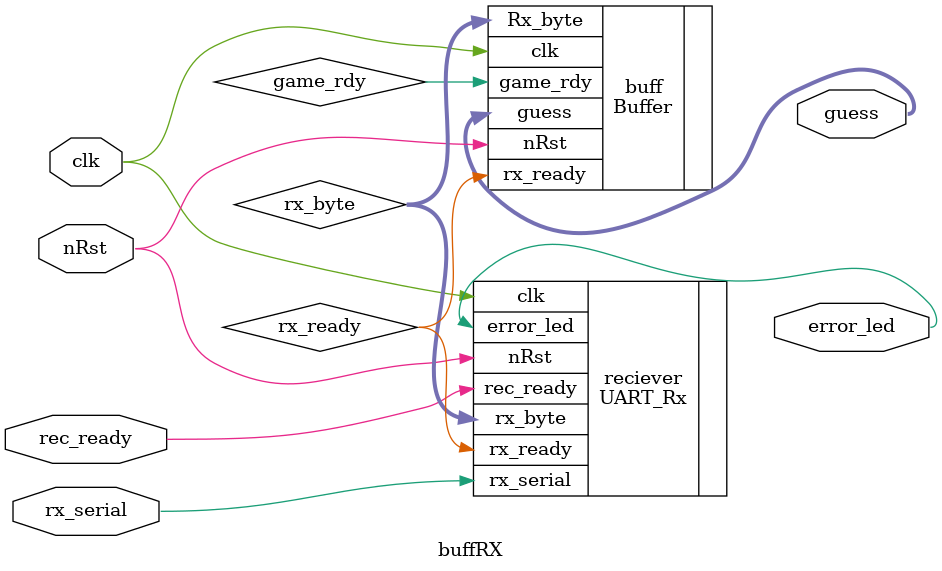
<source format=sv>
/* UART Reciever + Buffer Integration Module
Descriuption: x
*/

module buffRX(
    input logic clk, nRst, rx_serial, rec_ready, //Input of UART_Rx
    output logic error_led, //output of UART_Rx 
    output logic [7:0] guess //output of buffer
);
logic rx_ready; //output of UART_Rx, rx_ready is also input of buffer
logic [7:0] rx_byte; //output of UART_Rx and input of buffer
logic game_rdy; //input of buffer

Buffer buff (.clk(clk), .nRst(nRst), .Rx_byte(rx_byte), .game_rdy(game_rdy), .rx_ready(rx_ready), .guess(guess));
UART_Rx reciever(.clk(clk), .nRst(nRst), .rx_serial(rx_serial), .rec_ready(rec_ready), .error_led(error_led), .rx_ready(rx_ready), .rx_byte(rx_byte));

endmodule
</source>
